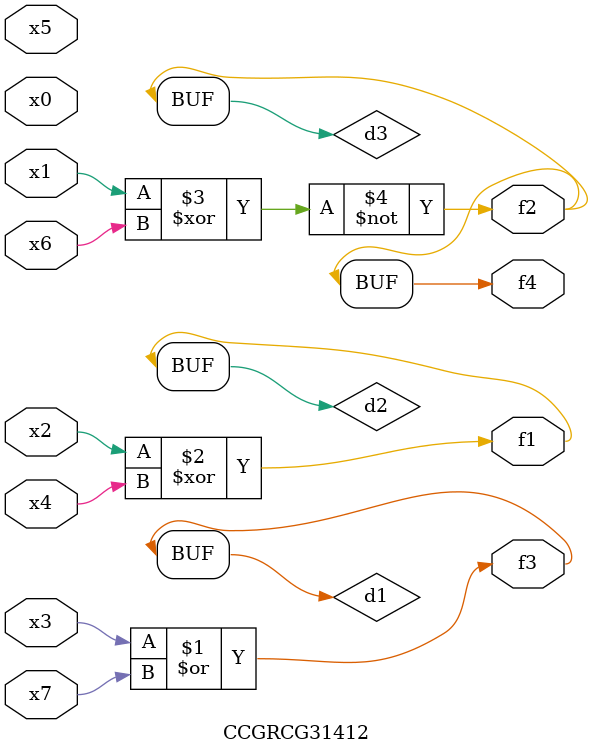
<source format=v>
module CCGRCG31412(
	input x0, x1, x2, x3, x4, x5, x6, x7,
	output f1, f2, f3, f4
);

	wire d1, d2, d3;

	or (d1, x3, x7);
	xor (d2, x2, x4);
	xnor (d3, x1, x6);
	assign f1 = d2;
	assign f2 = d3;
	assign f3 = d1;
	assign f4 = d3;
endmodule

</source>
